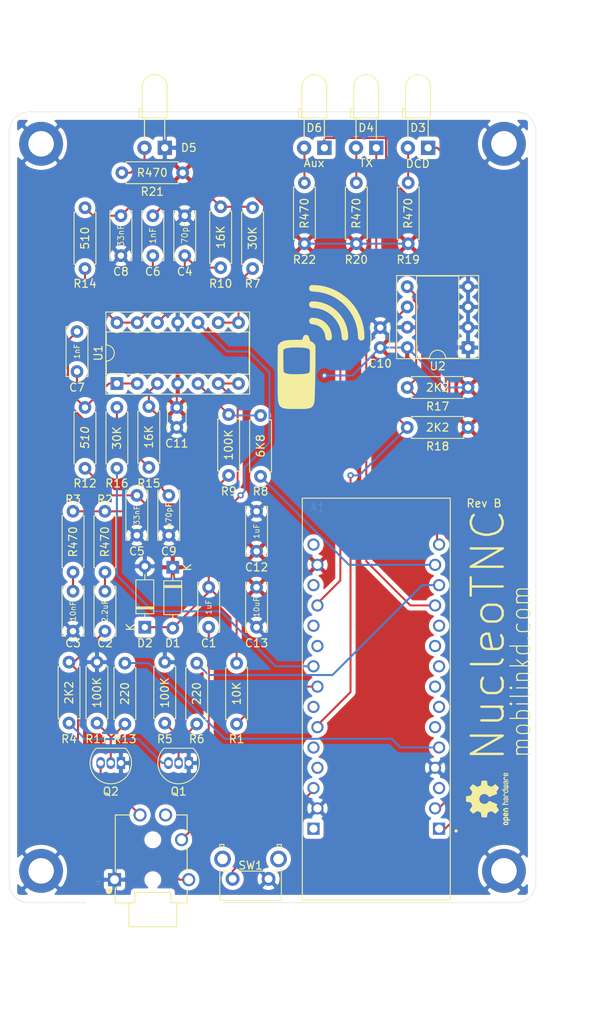
<source format=kicad_pcb>
(kicad_pcb (version 20171130) (host pcbnew 5.1.5-1.fc31)
  (title_block (title "NucleoTNC PCB") (date 2020-05-05) (rev B) (company "Mobilinkd LLC") (comment 1 "67mm width"))
  (layers (0 F.Cu signal) (31 B.Cu signal) (34 B.Paste user) (35 F.Paste user) (36 B.SilkS user) (37 F.SilkS user) (38 B.Mask user) (39 F.Mask user) (44 Edge.Cuts user))
  (net 0 "")
  (net 1 /AUDIO_IN)
  (net 2 "Net-(C1-Pad1)")
  (net 3 "Net-(C2-Pad2)")
  (net 4 /AUDIO_OUT)
  (net 5 "Net-(C3-Pad2)")
  (net 6 GND)
  (net 7 "Net-(C4-Pad2)")
  (net 8 "Net-(C5-Pad2)")
  (net 9 "Net-(C6-Pad2)")
  (net 10 "Net-(C6-Pad1)")
  (net 11 "Net-(C7-Pad2)")
  (net 12 "Net-(C7-Pad1)")
  (net 13 /ADC_AUDIO)
  (net 14 "Net-(C9-Pad2)")
  (net 15 +3V3)
  (net 16 "Net-(D3-Pad2)")
  (net 17 /LED_DCD)
  (net 18 "Net-(D4-Pad2)")
  (net 19 /LED_TX)
  (net 20 "Net-(D5-Pad2)")
  (net 21 "Net-(D6-Pad2)")
  (net 22 /LED_MISC)
  (net 23 "Net-(Q1-Pad2)")
  (net 24 /PTT)
  (net 25 "Net-(Q2-Pad2)")
  (net 26 /DC_OFFSET)
  (net 27 "Net-(R2-Pad1)")
  (net 28 /PTT_MULTIPLEX)
  (net 29 "Net-(R7-Pad2)")
  (net 30 /AUDIO_ATTEN)
  (net 31 "Net-(R8-Pad1)")
  (net 32 /PTT_SIMPLEX)
  (net 33 /DAC_AUDIO)
  (net 34 /I2C_SDA)
  (net 35 /I2C_SCL)
  (net 36 "Net-(Q1-Pad3)")
  (net 37 "Net-(A1-Pad4.1)")
  (net 38 "Net-(A1-Pad4.3)")
  (net 39 "Net-(A1-Pad4.4)")
  (net 40 "Net-(A1-Pad4.5)")
  (net 41 "Net-(A1-Pad4.7)")
  (net 42 "Net-(A1-Pad4.10)")
  (net 43 "Net-(A1-Pad4.11)")
  (net 44 "Net-(A1-Pad4.13)")
  (net 45 "Net-(A1-Pad4.15)")
  (net 46 "Net-(A1-Pad3.3)")
  (net 47 "Net-(A1-Pad3.6)")
  (net 48 "Net-(A1-Pad3.7)")
  (net 49 "Net-(A1-Pad3.8)")
  (net 50 "Net-(A1-Pad3.9)")
  (net 51 "Net-(A1-Pad3.10)")
  (net 52 "Net-(A1-Pad3.11)")
  (module KiCAD:LOGO (layer F.Cu) (at 157.35 79.65)
    (fp_text reference G1 hide)
    (fp_text value LOGO hide)
  )
  (module KiCAD:MODULE_NUCLEO-L432KC (layer F.Cu) (at 166 123.5 180)
    (fp_text reference A1 (at 7.35 24 180) (layer F.SilkS) (effects (font (thickness 0.015))))
    (fp_text value NUCLEO-L432KC)
    (pad 4.1 thru_hole rect (at 7.87 -16.215 180) (size 1.53 1.53) (drill 1.02) (layers *.Cu *.Mask) (net 37 "Net-(A1-Pad4.1)"))
    (pad 4.2 thru_hole circle (at 7.37 -13.675 180) (size 1.53 1.53) (drill 1.02) (layers *.Cu *.Mask) (net 6 GND))
    (pad 4.3 thru_hole circle (at 7.87 -11.135 180) (size 1.53 1.53) (drill 1.02) (layers *.Cu *.Mask) (net 38 "Net-(A1-Pad4.3)"))
    (pad 4.4 thru_hole circle (at 7.37 -8.595 180) (size 1.53 1.53) (drill 1.02) (layers *.Cu *.Mask) (net 39 "Net-(A1-Pad4.4)"))
    (pad 4.5 thru_hole circle (at 7.87 -6.055 180) (size 1.53 1.53) (drill 1.02) (layers *.Cu *.Mask) (net 40 "Net-(A1-Pad4.5)"))
    (pad 4.6 thru_hole circle (at 7.37 -3.515 180) (size 1.53 1.53) (drill 1.02) (layers *.Cu *.Mask) (net 35 /I2C_SCL))
    (pad 4.7 thru_hole circle (at 7.87 -0.975 180) (size 1.53 1.53) (drill 1.02) (layers *.Cu *.Mask) (net 41 "Net-(A1-Pad4.7)"))
    (pad 4.8 thru_hole circle (at 7.37 1.565 180) (size 1.53 1.53) (drill 1.02) (layers *.Cu *.Mask) (net 26 /DC_OFFSET))
    (pad 4.9 thru_hole circle (at 7.87 4.105 180) (size 1.53 1.53) (drill 1.02) (layers *.Cu *.Mask) (net 33 /DAC_AUDIO))
    (pad 4.10 thru_hole circle (at 7.37 6.645 180) (size 1.53 1.53) (drill 1.02) (layers *.Cu *.Mask) (net 42 "Net-(A1-Pad4.10)"))
    (pad 4.11 thru_hole circle (at 7.87 9.185 180) (size 1.53 1.53) (drill 1.02) (layers *.Cu *.Mask) (net 43 "Net-(A1-Pad4.11)"))
    (pad 4.12 thru_hole circle (at 7.37 11.725 180) (size 1.53 1.53) (drill 1.02) (layers *.Cu *.Mask) (net 13 /ADC_AUDIO))
    (pad 4.13 thru_hole circle (at 7.87 14.265 180) (size 1.53 1.53) (drill 1.02) (layers *.Cu *.Mask) (net 44 "Net-(A1-Pad4.13)"))
    (pad 4.14 thru_hole circle (at 7.37 16.805 180) (size 1.53 1.53) (drill 1.02) (layers *.Cu *.Mask) (net 15 +3V3))
    (pad 4.15 thru_hole circle (at 7.87 19.345 180) (size 1.53 1.53) (drill 1.02) (layers *.Cu *.Mask) (net 45 "Net-(A1-Pad4.15)"))
    (pad 3.1 thru_hole rect (at -7.87 -16.215 180) (size 1.53 1.53) (drill 1.02) (layers *.Cu *.Mask) (net 17 /LED_DCD))
    (pad 3.2 thru_hole circle (at -7.37 -13.675 180) (size 1.53 1.53) (drill 1.02) (layers *.Cu *.Mask) (net 22 /LED_MISC))
    (pad 3.3 thru_hole circle (at -7.87 -11.135 180) (size 1.53 1.53) (drill 1.02) (layers *.Cu *.Mask) (net 46 "Net-(A1-Pad3.3)"))
    (pad 3.4 thru_hole circle (at -7.37 -8.595 180) (size 1.53 1.53) (drill 1.02) (layers *.Cu *.Mask) (net 6 GND))
    (pad 3.5 thru_hole circle (at -7.87 -6.055 180) (size 1.53 1.53) (drill 1.02) (layers *.Cu *.Mask) (net 32 /PTT_SIMPLEX))
    (pad 3.6 thru_hole circle (at -7.37 -3.515 180) (size 1.53 1.53) (drill 1.02) (layers *.Cu *.Mask) (net 47 "Net-(A1-Pad3.6)"))
    (pad 3.7 thru_hole circle (at -7.87 -0.975 180) (size 1.53 1.53) (drill 1.02) (layers *.Cu *.Mask) (net 48 "Net-(A1-Pad3.7)"))
    (pad 3.8 thru_hole circle (at -7.37 1.565 180) (size 1.53 1.53) (drill 1.02) (layers *.Cu *.Mask) (net 49 "Net-(A1-Pad3.8)"))
    (pad 3.9 thru_hole circle (at -7.87 4.105 180) (size 1.53 1.53) (drill 1.02) (layers *.Cu *.Mask) (net 50 "Net-(A1-Pad3.9)"))
    (pad 3.10 thru_hole circle (at -7.37 6.645 180) (size 1.53 1.53) (drill 1.02) (layers *.Cu *.Mask) (net 51 "Net-(A1-Pad3.10)"))
    (pad 3.11 thru_hole circle (at -7.87 9.185 180) (size 1.53 1.53) (drill 1.02) (layers *.Cu *.Mask) (net 52 "Net-(A1-Pad3.11)"))
    (pad 3.12 thru_hole circle (at -7.37 11.725 180) (size 1.53 1.53) (drill 1.02) (layers *.Cu *.Mask) (net 19 /LED_TX))
    (pad 3.13 thru_hole circle (at -7.87 14.265 180) (size 1.53 1.53) (drill 1.02) (layers *.Cu *.Mask) (net 28 /PTT_MULTIPLEX))
    (pad 3.14 thru_hole circle (at -7.37 16.805 180) (size 1.53 1.53) (drill 1.02) (layers *.Cu *.Mask) (net 30 /AUDIO_ATTEN))
    (pad 3.15 thru_hole circle (at -7.87 19.345 180) (size 1.53 1.53) (drill 1.02) (layers *.Cu *.Mask) (net 34 /I2C_SDA))
  )
  (module LED_THT:LED_D3.0mm_Horizontal_O3.81mm_Z2.0mm (layer F.Cu) (at 159.5 54.5 180)
    (fp_text reference D6 (at 1.27 2.5 180) (layer F.SilkS))
    (fp_text value Aux (at 1.3 -1.9 180) (layer F.SilkS))
    (pad 2 thru_hole circle (at 2.54 0 180) (size 1.8 1.8) (drill 0.9) (layers *.Cu *.Mask) (net 21 "Net-(D6-Pad2)"))
    (pad 1 thru_hole rect (at 0 0 180) (size 1.8 1.8) (drill 0.9) (layers *.Cu *.Mask) (net 22 /LED_MISC))
  )
  (module LED_THT:LED_D3.0mm_Horizontal_O3.81mm_Z2.0mm (layer F.Cu) (at 166 54.5 180)
    (fp_text reference D4 (at 1.27 2.5 180) (layer F.SilkS))
    (fp_text value TX (at 1.27 -1.9 180) (layer F.SilkS))
    (pad 2 thru_hole circle (at 2.54 0 180) (size 1.8 1.8) (drill 0.9) (layers *.Cu *.Mask) (net 18 "Net-(D4-Pad2)"))
    (pad 1 thru_hole rect (at 0 0 180) (size 1.8 1.8) (drill 0.9) (layers *.Cu *.Mask) (net 19 /LED_TX))
  )
  (module LED_THT:LED_D3.0mm_Horizontal_O3.81mm_Z2.0mm (layer F.Cu) (at 172.5 54.5 180)
    (fp_text reference D3 (at 1.27 2.5 180) (layer F.SilkS))
    (fp_text value DCD (at 1.3 -2 180) (layer F.SilkS))
    (pad 2 thru_hole circle (at 2.54 0 180) (size 1.8 1.8) (drill 0.9) (layers *.Cu *.Mask) (net 16 "Net-(D3-Pad2)"))
    (pad 1 thru_hole rect (at 0 0 180) (size 1.8 1.8) (drill 0.9) (layers *.Cu *.Mask) (net 17 /LED_DCD))
  )
  (module Resistor_THT:R_Axial_DIN0207_L6.3mm_D2.5mm_P7.62mm_Horizontal (layer F.Cu) (at 141.74 57.62 180)
    (fp_text reference R21 (at 3.81 -2.37) (layer F.SilkS))
    (fp_text value R470 hide)
    (fp_text user %V (at 3.81 0) (layer F.SilkS))
    (pad 2 thru_hole oval (at 7.62 0 180) (size 1.6 1.6) (drill 0.8) (layers *.Cu *.Mask) (net 20 "Net-(D5-Pad2)"))
    (pad 1 thru_hole circle (at 0 0 180) (size 1.6 1.6) (drill 0.8) (layers *.Cu *.Mask) (net 15 +3V3))
  )
  (module Capacitor_THT:C_Disc_D6.0mm_W2.5mm_P5.00mm (layer F.Cu) (at 151 105 90)
    (fp_text reference C12 (at -2 0 180) (layer F.SilkS))
    (fp_text value 1uF hide)
    (fp_text user %V (at 2.5 0 90) (layer F.SilkS) (effects (font (size 0.68 0.68) (thickness 0.102))))
    (pad 1 thru_hole circle (at 0 0 90) (size 1.6 1.6) (drill 0.8) (layers *.Cu *.Mask) (net 15 +3V3))
    (pad 2 thru_hole circle (at 5 0 90) (size 1.6 1.6) (drill 0.8) (layers *.Cu *.Mask) (net 6 GND))
  )
  (module Capacitor_THT:C_Disc_D6.0mm_W2.5mm_P5.00mm (layer F.Cu) (at 151 109.5 270)
    (fp_text reference C13 (at 7 0 180) (layer F.SilkS))
    (fp_text value 10uF hide)
    (fp_text user %V (at 2.5 0 90) (layer F.SilkS) (effects (font (size 0.68 0.68) (thickness 0.102))))
    (pad 2 thru_hole circle (at 5 0 270) (size 1.6 1.6) (drill 0.8) (layers *.Cu *.Mask) (net 6 GND))
    (pad 1 thru_hole circle (at 0 0 270) (size 1.6 1.6) (drill 0.8) (layers *.Cu *.Mask) (net 15 +3V3))
  )
  (module Button_Switch_THT:SW_Tactile_SPST_Angled_PTS645Vx58-2LFS (layer F.Cu) (at 152.5 146 180)
    (fp_text reference SW1 (at 2.25 1.68) (layer F.SilkS))
    (fp_text value SW_Push)
    (pad "" thru_hole circle (at -1.25 2.49 180) (size 2.1 2.1) (drill 1.3) (layers *.Cu *.Mask))
    (pad 1 thru_hole circle (at 0 0 180) (size 1.75 1.75) (drill 0.99) (layers *.Cu *.Mask) (net 6 GND))
    (pad 2 thru_hole circle (at 4.5 0 180) (size 1.75 1.75) (drill 0.99) (layers *.Cu *.Mask) (net 38 "Net-(A1-Pad4.3)"))
    (pad "" thru_hole circle (at 5.76 2.49 180) (size 2.1 2.1) (drill 1.3) (layers *.Cu *.Mask))
  )
  (module Symbol:OSHW-Logo2_7.3x6mm_SilkScreen (layer F.Cu) (at 180 136 90)
    (fp_text reference REF** hide)
    (fp_text value OSHW-Logo2_7.3x6mm_SilkScreen hide)
  )
  (module KiCAD:CUI_SJ-43515TS (layer F.Cu) (at 138 143.5 90)
    (fp_text reference J1 (at -2.979863 -6.813626 90) (layer F.SilkS) (effects (font (size 0.480623 0.480623) (thickness 0.015))))
    (fp_text value AudioJack4)
    (fp_line (start -5.5 2.25) (end -5.5 8.85) (layer Edge.Cuts) (width 0.0001))
    (fp_line (start -4.2 2.25) (end -5.5 2.25) (layer Edge.Cuts) (width 0.0001))
    (fp_line (start -4.2 -2.25) (end -4.2 2.25) (layer Edge.Cuts) (width 0.0001))
    (fp_line (start -5.5 -2.25) (end -4.2 -2.25) (layer Edge.Cuts) (width 0.0001))
    (fp_line (start -5.5 -8.35) (end -5.5 -2.25) (layer Edge.Cuts) (width 0.0001))
    (pad TS thru_hole circle (at 5.5 1.6 90) (size 1.65 1.65) (drill 1.1) (layers *.Cu *.Mask))
    (pad None np_thru_hole circle (at 2.4 0 90) (size 1.1 1.1) (drill 1.1) (layers *.Cu *.Mask))
    (pad None np_thru_hole circle (at -2.6 0 90) (size 1.1 1.1) (drill 1.1) (layers *.Cu *.Mask))
    (pad R2 thru_hole circle (at -2.6 4.5 90) (size 1.65 1.65) (drill 1.1) (layers *.Cu *.Mask) (net 4 /AUDIO_OUT))
    (pad R1 thru_hole circle (at 5.5 -1.6 90) (size 1.65 1.65) (drill 1.1) (layers *.Cu *.Mask) (net 24 /PTT))
    (pad T thru_hole circle (at 2.4 3.6 90) (size 1.65 1.65) (drill 1.1) (layers *.Cu *.Mask) (net 1 /AUDIO_IN))
    (pad S thru_hole rect (at -2.6 -4.8 90) (size 1.65 1.65) (drill 1.1) (layers *.Cu *.Mask) (net 6 GND))
  )
  (module Package_DIP:DIP-8_W7.62mm_Socket (layer F.Cu) (at 177.5 79.5 180)
    (fp_text reference U2 (at 3.81 -2.33) (layer F.SilkS))
    (fp_text value 24LC32)
    (pad 8 thru_hole oval (at 7.62 0 180) (size 1.6 1.6) (drill 0.8) (layers *.Cu *.Mask) (net 15 +3V3))
    (pad 4 thru_hole oval (at 0 7.62 180) (size 1.6 1.6) (drill 0.8) (layers *.Cu *.Mask) (net 6 GND))
    (pad 7 thru_hole oval (at 7.62 2.54 180) (size 1.6 1.6) (drill 0.8) (layers *.Cu *.Mask) (net 6 GND))
    (pad 3 thru_hole oval (at 0 5.08 180) (size 1.6 1.6) (drill 0.8) (layers *.Cu *.Mask) (net 6 GND))
    (pad 6 thru_hole oval (at 7.62 5.08 180) (size 1.6 1.6) (drill 0.8) (layers *.Cu *.Mask) (net 35 /I2C_SCL))
    (pad 2 thru_hole oval (at 0 2.54 180) (size 1.6 1.6) (drill 0.8) (layers *.Cu *.Mask) (net 6 GND))
    (pad 5 thru_hole oval (at 7.62 7.62 180) (size 1.6 1.6) (drill 0.8) (layers *.Cu *.Mask) (net 34 /I2C_SDA))
    (pad 1 thru_hole rect (at 0 0 180) (size 1.6 1.6) (drill 0.8) (layers *.Cu *.Mask) (net 6 GND))
  )
  (module Package_DIP:DIP-14_W7.62mm_Socket (layer F.Cu) (at 133.5 84 90)
    (fp_text reference U1 (at 3.81 -2.33 90) (layer F.SilkS))
    (fp_text value MCP6004)
    (pad 14 thru_hole oval (at 7.62 0 90) (size 1.6 1.6) (drill 0.8) (layers *.Cu *.Mask) (net 10 "Net-(C6-Pad1)"))
    (pad 7 thru_hole oval (at 0 15.24 90) (size 1.6 1.6) (drill 0.8) (layers *.Cu *.Mask) (net 27 "Net-(R2-Pad1)"))
    (pad 13 thru_hole oval (at 7.62 2.54 90) (size 1.6 1.6) (drill 0.8) (layers *.Cu *.Mask) (net 10 "Net-(C6-Pad1)"))
    (pad 6 thru_hole oval (at 0 12.7 90) (size 1.6 1.6) (drill 0.8) (layers *.Cu *.Mask) (net 27 "Net-(R2-Pad1)"))
    (pad 12 thru_hole oval (at 7.62 5.08 90) (size 1.6 1.6) (drill 0.8) (layers *.Cu *.Mask) (net 7 "Net-(C4-Pad2)"))
    (pad 5 thru_hole oval (at 0 10.16 90) (size 1.6 1.6) (drill 0.8) (layers *.Cu *.Mask) (net 31 "Net-(R8-Pad1)"))
    (pad 11 thru_hole oval (at 7.62 7.62 90) (size 1.6 1.6) (drill 0.8) (layers *.Cu *.Mask) (net 6 GND))
    (pad 4 thru_hole oval (at 0 7.62 90) (size 1.6 1.6) (drill 0.8) (layers *.Cu *.Mask) (net 15 +3V3))
    (pad 10 thru_hole oval (at 7.62 10.16 90) (size 1.6 1.6) (drill 0.8) (layers *.Cu *.Mask) (net 2 "Net-(C1-Pad1)"))
    (pad 3 thru_hole oval (at 0 5.08 90) (size 1.6 1.6) (drill 0.8) (layers *.Cu *.Mask) (net 14 "Net-(C9-Pad2)"))
    (pad 9 thru_hole oval (at 7.62 12.7 90) (size 1.6 1.6) (drill 0.8) (layers *.Cu *.Mask) (net 29 "Net-(R7-Pad2)"))
    (pad 2 thru_hole oval (at 0 2.54 90) (size 1.6 1.6) (drill 0.8) (layers *.Cu *.Mask) (net 11 "Net-(C7-Pad2)"))
    (pad 8 thru_hole oval (at 7.62 15.24 90) (size 1.6 1.6) (drill 0.8) (layers *.Cu *.Mask) (net 29 "Net-(R7-Pad2)"))
    (pad 1 thru_hole rect (at 0 0 90) (size 1.6 1.6) (drill 0.8) (layers *.Cu *.Mask) (net 11 "Net-(C7-Pad2)"))
  )
  (module Resistor_THT:R_Axial_DIN0207_L6.3mm_D2.5mm_P7.62mm_Horizontal (layer F.Cu) (at 157 66.5 90)
    (fp_text reference R22 (at -2 0 180) (layer F.SilkS))
    (fp_text value R470 hide)
    (fp_text user %V (at 3.81 0 90) (layer F.SilkS))
    (pad 2 thru_hole oval (at 7.62 0 90) (size 1.6 1.6) (drill 0.8) (layers *.Cu *.Mask) (net 21 "Net-(D6-Pad2)"))
    (pad 1 thru_hole circle (at 0 0 90) (size 1.6 1.6) (drill 0.8) (layers *.Cu *.Mask) (net 15 +3V3))
  )
  (module Resistor_THT:R_Axial_DIN0207_L6.3mm_D2.5mm_P7.62mm_Horizontal (layer F.Cu) (at 163.5 66.5 90)
    (fp_text reference R20 (at -2 0 180) (layer F.SilkS))
    (fp_text value R470 hide)
    (fp_text user %V (at 3.81 0 90) (layer F.SilkS))
    (pad 2 thru_hole oval (at 7.62 0 90) (size 1.6 1.6) (drill 0.8) (layers *.Cu *.Mask) (net 18 "Net-(D4-Pad2)"))
    (pad 1 thru_hole circle (at 0 0 90) (size 1.6 1.6) (drill 0.8) (layers *.Cu *.Mask) (net 15 +3V3))
  )
  (module Resistor_THT:R_Axial_DIN0207_L6.3mm_D2.5mm_P7.62mm_Horizontal (layer F.Cu) (at 170 66.5 90)
    (fp_text reference R19 (at -2 0 180) (layer F.SilkS))
    (fp_text value R470 hide)
    (fp_text user %V (at 3.81 0 90) (layer F.SilkS))
    (pad 2 thru_hole oval (at 7.62 0 90) (size 1.6 1.6) (drill 0.8) (layers *.Cu *.Mask) (net 16 "Net-(D3-Pad2)"))
    (pad 1 thru_hole circle (at 0 0 90) (size 1.6 1.6) (drill 0.8) (layers *.Cu *.Mask) (net 15 +3V3))
  )
  (module Resistor_THT:R_Axial_DIN0207_L6.3mm_D2.5mm_P7.62mm_Horizontal (layer F.Cu) (at 177.5 89.5 180)
    (fp_text reference R18 (at 3.81 -2.37) (layer F.SilkS))
    (fp_text value 2K2 hide)
    (fp_text user %V (at 3.81 0) (layer F.SilkS))
    (pad 2 thru_hole oval (at 7.62 0 180) (size 1.6 1.6) (drill 0.8) (layers *.Cu *.Mask) (net 35 /I2C_SCL))
    (pad 1 thru_hole circle (at 0 0 180) (size 1.6 1.6) (drill 0.8) (layers *.Cu *.Mask) (net 15 +3V3))
  )
  (module Resistor_THT:R_Axial_DIN0207_L6.3mm_D2.5mm_P7.62mm_Horizontal (layer F.Cu) (at 177.5 84.5 180)
    (fp_text reference R17 (at 3.81 -2.37) (layer F.SilkS))
    (fp_text value 2K2 hide)
    (fp_text user %V (at 3.81 0) (layer F.SilkS))
    (pad 2 thru_hole oval (at 7.62 0 180) (size 1.6 1.6) (drill 0.8) (layers *.Cu *.Mask) (net 34 /I2C_SDA))
    (pad 1 thru_hole circle (at 0 0 180) (size 1.6 1.6) (drill 0.8) (layers *.Cu *.Mask) (net 15 +3V3))
  )
  (module Resistor_THT:R_Axial_DIN0207_L6.3mm_D2.5mm_P7.62mm_Horizontal (layer F.Cu) (at 133.5 87 270)
    (fp_text reference R16 (at 9.5 0 180) (layer F.SilkS))
    (fp_text value 30K hide)
    (fp_text user %V (at 3.81 0 90) (layer F.SilkS))
    (pad 2 thru_hole oval (at 7.62 0 270) (size 1.6 1.6) (drill 0.8) (layers *.Cu *.Mask) (net 33 /DAC_AUDIO))
    (pad 1 thru_hole circle (at 0 0 270) (size 1.6 1.6) (drill 0.8) (layers *.Cu *.Mask) (net 12 "Net-(C7-Pad1)"))
  )
  (module Resistor_THT:R_Axial_DIN0207_L6.3mm_D2.5mm_P7.62mm_Horizontal (layer F.Cu) (at 137.5 94.5 90)
    (fp_text reference R15 (at -2 0 180) (layer F.SilkS))
    (fp_text value 16K hide)
    (fp_text user %V (at 3.81 0 90) (layer F.SilkS))
    (pad 2 thru_hole oval (at 7.62 0 90) (size 1.6 1.6) (drill 0.8) (layers *.Cu *.Mask) (net 14 "Net-(C9-Pad2)"))
    (pad 1 thru_hole circle (at 0 0 90) (size 1.6 1.6) (drill 0.8) (layers *.Cu *.Mask) (net 12 "Net-(C7-Pad1)"))
  )
  (module Resistor_THT:R_Axial_DIN0207_L6.3mm_D2.5mm_P7.62mm_Horizontal (layer F.Cu) (at 129.5 62 270)
    (fp_text reference R14 (at 9.5 0 180) (layer F.SilkS))
    (fp_text value 510 hide)
    (fp_text user %V (at 3.81 0 90) (layer F.SilkS))
    (pad 2 thru_hole oval (at 7.62 0 270) (size 1.6 1.6) (drill 0.8) (layers *.Cu *.Mask) (net 10 "Net-(C6-Pad1)"))
    (pad 1 thru_hole circle (at 0 0 270) (size 1.6 1.6) (drill 0.8) (layers *.Cu *.Mask) (net 13 /ADC_AUDIO))
  )
  (module Resistor_THT:R_Axial_DIN0207_L6.3mm_D2.5mm_P7.62mm_Horizontal (layer F.Cu) (at 134.5 119 270)
    (fp_text reference R13 (at 9.5 0 180) (layer F.SilkS))
    (fp_text value 220 hide)
    (fp_text user %V (at 3.81 0 90) (layer F.SilkS))
    (pad 2 thru_hole oval (at 7.62 0 270) (size 1.6 1.6) (drill 0.8) (layers *.Cu *.Mask) (net 25 "Net-(Q2-Pad2)"))
    (pad 1 thru_hole circle (at 0 0 270) (size 1.6 1.6) (drill 0.8) (layers *.Cu *.Mask) (net 32 /PTT_SIMPLEX))
  )
  (module Resistor_THT:R_Axial_DIN0207_L6.3mm_D2.5mm_P7.62mm_Horizontal (layer F.Cu) (at 129.5 87 270)
    (fp_text reference R12 (at 9.5 0 180) (layer F.SilkS))
    (fp_text value 510 hide)
    (fp_text user %V (at 3.81 0 90) (layer F.SilkS) (effects (font (thickness 0.15) italic)))
    (pad 2 thru_hole oval (at 7.62 0 270) (size 1.6 1.6) (drill 0.8) (layers *.Cu *.Mask) (net 8 "Net-(C5-Pad2)"))
    (pad 1 thru_hole circle (at 0 0 270) (size 1.6 1.6) (drill 0.8) (layers *.Cu *.Mask) (net 11 "Net-(C7-Pad2)"))
  )
  (module Resistor_THT:R_Axial_DIN0207_L6.3mm_D2.5mm_P7.62mm_Horizontal (layer F.Cu) (at 131 126.5 90)
    (fp_text reference R11 (at -2 0 180) (layer F.SilkS))
    (fp_text value 100K hide)
    (fp_text user %V (at 3.81 0 90) (layer F.SilkS))
    (pad 2 thru_hole oval (at 7.62 0 90) (size 1.6 1.6) (drill 0.8) (layers *.Cu *.Mask) (net 6 GND))
    (pad 1 thru_hole circle (at 0 0 90) (size 1.6 1.6) (drill 0.8) (layers *.Cu *.Mask) (net 25 "Net-(Q2-Pad2)"))
  )
  (module Resistor_THT:R_Axial_DIN0207_L6.3mm_D2.5mm_P7.62mm_Horizontal (layer F.Cu) (at 146.5 69.5 90)
    (fp_text reference R10 (at -2 0 180) (layer F.SilkS))
    (fp_text value 16K hide)
    (fp_text user %V (at 3.81 0 90) (layer F.SilkS))
    (pad 2 thru_hole oval (at 7.62 0 90) (size 1.6 1.6) (drill 0.8) (layers *.Cu *.Mask) (net 9 "Net-(C6-Pad2)"))
    (pad 1 thru_hole circle (at 0 0 90) (size 1.6 1.6) (drill 0.8) (layers *.Cu *.Mask) (net 7 "Net-(C4-Pad2)"))
  )
  (module Resistor_THT:R_Axial_DIN0207_L6.3mm_D2.5mm_P7.62mm_Horizontal (layer F.Cu) (at 147.5 95.5 90)
    (fp_text reference R9 (at -2 0 180) (layer F.SilkS))
    (fp_text value 100K hide)
    (fp_text user %V (at 3.81 0 90) (layer F.SilkS))
    (pad 2 thru_hole oval (at 7.62 0 90) (size 1.6 1.6) (drill 0.8) (layers *.Cu *.Mask) (net 31 "Net-(R8-Pad1)"))
    (pad 1 thru_hole circle (at 0 0 90) (size 1.6 1.6) (drill 0.8) (layers *.Cu *.Mask) (net 8 "Net-(C5-Pad2)"))
  )
  (module Resistor_THT:R_Axial_DIN0207_L6.3mm_D2.5mm_P7.62mm_Horizontal (layer F.Cu) (at 151.5 88 270)
    (fp_text reference R8 (at 9.5 0 180) (layer F.SilkS))
    (fp_text value 6K8 hide)
    (fp_text user %V (at 3.81 0 90) (layer F.SilkS))
    (pad 2 thru_hole oval (at 7.62 0 270) (size 1.6 1.6) (drill 0.8) (layers *.Cu *.Mask) (net 30 /AUDIO_ATTEN))
    (pad 1 thru_hole circle (at 0 0 270) (size 1.6 1.6) (drill 0.8) (layers *.Cu *.Mask) (net 31 "Net-(R8-Pad1)"))
  )
  (module Resistor_THT:R_Axial_DIN0207_L6.3mm_D2.5mm_P7.62mm_Horizontal (layer F.Cu) (at 150.5 62 270)
    (fp_text reference R7 (at 9.5 0 180) (layer F.SilkS))
    (fp_text value 30K hide)
    (fp_text user %V (at 3.81 0 90) (layer F.SilkS))
    (pad 2 thru_hole oval (at 7.62 0 270) (size 1.6 1.6) (drill 0.8) (layers *.Cu *.Mask) (net 29 "Net-(R7-Pad2)"))
    (pad 1 thru_hole circle (at 0 0 270) (size 1.6 1.6) (drill 0.8) (layers *.Cu *.Mask) (net 9 "Net-(C6-Pad2)"))
  )
  (module Resistor_THT:R_Axial_DIN0207_L6.3mm_D2.5mm_P7.62mm_Horizontal (layer F.Cu) (at 143.5 119 270)
    (fp_text reference R6 (at 9.5 0 180) (layer F.SilkS))
    (fp_text value 220 hide)
    (fp_text user %V (at 3.81 0 90) (layer F.SilkS))
    (pad 2 thru_hole oval (at 7.62 0 270) (size 1.6 1.6) (drill 0.8) (layers *.Cu *.Mask) (net 23 "Net-(Q1-Pad2)"))
    (pad 1 thru_hole circle (at 0 0 270) (size 1.6 1.6) (drill 0.8) (layers *.Cu *.Mask) (net 28 /PTT_MULTIPLEX))
  )
  (module Resistor_THT:R_Axial_DIN0207_L6.3mm_D2.5mm_P7.62mm_Horizontal (layer F.Cu) (at 139.5 126.5 90)
    (fp_text reference R5 (at -2 0 180) (layer F.SilkS))
    (fp_text value 100K hide)
    (fp_text user %V (at 3.81 0 90) (layer F.SilkS))
    (pad 2 thru_hole oval (at 7.62 0 90) (size 1.6 1.6) (drill 0.8) (layers *.Cu *.Mask) (net 6 GND))
    (pad 1 thru_hole circle (at 0 0 90) (size 1.6 1.6) (drill 0.8) (layers *.Cu *.Mask) (net 23 "Net-(Q1-Pad2)"))
  )
  (module Resistor_THT:R_Axial_DIN0207_L6.3mm_D2.5mm_P7.62mm_Horizontal (layer F.Cu) (at 127.5 126.5 90)
    (fp_text reference R4 (at -2 0 180) (layer F.SilkS))
    (fp_text value 2K2 hide)
    (fp_text user %V (at 3.81 0 90) (layer F.SilkS))
    (pad 2 thru_hole oval (at 7.62 0 90) (size 1.6 1.6) (drill 0.8) (layers *.Cu *.Mask) (net 4 /AUDIO_OUT))
    (pad 1 thru_hole circle (at 0 0 90) (size 1.6 1.6) (drill 0.8) (layers *.Cu *.Mask) (net 36 "Net-(Q1-Pad3)"))
  )
  (module Resistor_THT:R_Axial_DIN0207_L6.3mm_D2.5mm_P7.62mm_Horizontal (layer F.Cu) (at 128 100 270)
    (fp_text reference R3 (at -1.5 0 180) (layer F.SilkS))
    (fp_text value R470 hide)
    (fp_text user %V (at 3.81 0 90) (layer F.SilkS))
    (pad 2 thru_hole oval (at 7.62 0 270) (size 1.6 1.6) (drill 0.8) (layers *.Cu *.Mask) (net 5 "Net-(C3-Pad2)"))
    (pad 1 thru_hole circle (at 0 0 270) (size 1.6 1.6) (drill 0.8) (layers *.Cu *.Mask) (net 27 "Net-(R2-Pad1)"))
  )
  (module Resistor_THT:R_Axial_DIN0207_L6.3mm_D2.5mm_P7.62mm_Horizontal (layer F.Cu) (at 132 100 270)
    (fp_text reference R2 (at -1.5 0 180) (layer F.SilkS))
    (fp_text value R470 hide)
    (fp_text user %V (at 3.81 0 90) (layer F.SilkS))
    (pad 2 thru_hole oval (at 7.62 0 270) (size 1.6 1.6) (drill 0.8) (layers *.Cu *.Mask) (net 3 "Net-(C2-Pad2)"))
    (pad 1 thru_hole circle (at 0 0 270) (size 1.6 1.6) (drill 0.8) (layers *.Cu *.Mask) (net 27 "Net-(R2-Pad1)"))
  )
  (module Resistor_THT:R_Axial_DIN0207_L6.3mm_D2.5mm_P7.62mm_Horizontal (layer F.Cu) (at 148.5 119 270)
    (fp_text reference R1 (at 9.5 0 180) (layer F.SilkS))
    (fp_text value 10K hide)
    (fp_text user %V (at 3.81 0 90) (layer F.SilkS))
    (pad 2 thru_hole oval (at 7.62 0 270) (size 1.6 1.6) (drill 0.8) (layers *.Cu *.Mask) (net 26 /DC_OFFSET))
    (pad 1 thru_hole circle (at 0 0 270) (size 1.6 1.6) (drill 0.8) (layers *.Cu *.Mask) (net 2 "Net-(C1-Pad1)"))
  )
  (module Package_TO_SOT_THT:TO-92_Inline (layer F.Cu) (at 134 131.5 180)
    (fp_text reference Q2 (at 1.27 -3.56) (layer F.SilkS))
    (fp_text value 2N7000)
    (pad 1 thru_hole rect (at 0 0 180) (size 1.05 1.5) (drill 0.75) (layers *.Cu *.Mask) (net 6 GND))
    (pad 3 thru_hole oval (at 2.54 0 180) (size 1.05 1.5) (drill 0.75) (layers *.Cu *.Mask) (net 24 /PTT))
    (pad 2 thru_hole oval (at 1.27 0 180) (size 1.05 1.5) (drill 0.75) (layers *.Cu *.Mask) (net 25 "Net-(Q2-Pad2)"))
  )
  (module Package_TO_SOT_THT:TO-92_Inline (layer F.Cu) (at 142.5 131.5 180)
    (fp_text reference Q1 (at 1.27 -3.56) (layer F.SilkS))
    (fp_text value 2N7000)
    (pad 1 thru_hole rect (at 0 0 180) (size 1.05 1.5) (drill 0.75) (layers *.Cu *.Mask) (net 6 GND))
    (pad 3 thru_hole oval (at 2.54 0 180) (size 1.05 1.5) (drill 0.75) (layers *.Cu *.Mask) (net 36 "Net-(Q1-Pad3)"))
    (pad 2 thru_hole oval (at 1.27 0 180) (size 1.05 1.5) (drill 0.75) (layers *.Cu *.Mask) (net 23 "Net-(Q1-Pad2)"))
  )
  (module LED_THT:LED_D3.0mm_Horizontal_O3.81mm_Z2.0mm (layer F.Cu) (at 139.5 54.5 180)
    (fp_text reference D5 (at -3 0) (layer F.SilkS))
    (fp_text value "BLU LED")
    (pad 2 thru_hole circle (at 2.54 0 180) (size 1.8 1.8) (drill 0.9) (layers *.Cu *.Mask) (net 20 "Net-(D5-Pad2)"))
    (pad 1 thru_hole rect (at 0 0 180) (size 1.8 1.8) (drill 0.9) (layers *.Cu *.Mask) (net 6 GND))
  )
  (module Diode_THT:D_DO-35_SOD27_P7.62mm_Horizontal (layer F.Cu) (at 137 114.5 90)
    (fp_text reference D2 (at -2 0 180) (layer F.SilkS))
    (fp_text value BAT85)
    (fp_text user K (at 0 -1.8 90) (layer F.SilkS))
    (pad 2 thru_hole oval (at 7.62 0 90) (size 1.6 1.6) (drill 0.8) (layers *.Cu *.Mask) (net 6 GND))
    (pad 1 thru_hole rect (at 0 0 90) (size 1.6 1.6) (drill 0.8) (layers *.Cu *.Mask) (net 2 "Net-(C1-Pad1)"))
  )
  (module Diode_THT:D_DO-35_SOD27_P7.62mm_Horizontal (layer F.Cu) (at 140.5 107 270)
    (fp_text reference D1 (at 9.5 0 180) (layer F.SilkS))
    (fp_text value BAT85)
    (fp_text user K (at 0 -1.8 90) (layer F.SilkS))
    (pad 2 thru_hole oval (at 7.62 0 270) (size 1.6 1.6) (drill 0.8) (layers *.Cu *.Mask) (net 2 "Net-(C1-Pad1)"))
    (pad 1 thru_hole rect (at 0 0 270) (size 1.6 1.6) (drill 0.8) (layers *.Cu *.Mask) (net 15 +3V3))
  )
  (module Capacitor_THT:C_Disc_D3.4mm_W2.1mm_P2.50mm (layer F.Cu) (at 141 87 270)
    (fp_text reference C11 (at 4.5 0 180) (layer F.SilkS))
    (fp_text value 0.1uF)
    (pad 2 thru_hole circle (at 2.5 0 270) (size 1.6 1.6) (drill 0.8) (layers *.Cu *.Mask) (net 6 GND))
    (pad 1 thru_hole circle (at 0 0 270) (size 1.6 1.6) (drill 0.8) (layers *.Cu *.Mask) (net 15 +3V3))
  )
  (module Capacitor_THT:C_Disc_D3.4mm_W2.1mm_P2.50mm (layer F.Cu) (at 166.5 79.5 90)
    (fp_text reference C10 (at -2 0 180) (layer F.SilkS))
    (fp_text value 0.1uF)
    (pad 2 thru_hole circle (at 2.5 0 90) (size 1.6 1.6) (drill 0.8) (layers *.Cu *.Mask) (net 6 GND))
    (pad 1 thru_hole circle (at 0 0 90) (size 1.6 1.6) (drill 0.8) (layers *.Cu *.Mask) (net 15 +3V3))
  )
  (module Capacitor_THT:C_Disc_D6.0mm_W2.5mm_P5.00mm (layer F.Cu) (at 140 103 90)
    (fp_text reference C9 (at -2 0 180) (layer F.SilkS))
    (fp_text value 470pF hide)
    (fp_text user %V (at 2.5 0 90) (layer F.SilkS) (effects (font (size 0.68 0.68) (thickness 0.11))))
    (pad 2 thru_hole circle (at 5 0 90) (size 1.6 1.6) (drill 0.8) (layers *.Cu *.Mask) (net 14 "Net-(C9-Pad2)"))
    (pad 1 thru_hole circle (at 0 0 90) (size 1.6 1.6) (drill 0.8) (layers *.Cu *.Mask) (net 6 GND))
  )
  (module Capacitor_THT:C_Disc_D6.0mm_W2.5mm_P5.00mm (layer F.Cu) (at 134 68 90)
    (fp_text reference C8 (at -2 0 180) (layer F.SilkS))
    (fp_text value 33nF hide)
    (fp_text user %V (at 2.5 0 90) (layer F.SilkS) (effects (font (size 0.75 0.75) (thickness 0.1))))
    (pad 2 thru_hole circle (at 5 0 90) (size 1.6 1.6) (drill 0.8) (layers *.Cu *.Mask) (net 13 /ADC_AUDIO))
    (pad 1 thru_hole circle (at 0 0 90) (size 1.6 1.6) (drill 0.8) (layers *.Cu *.Mask) (net 6 GND))
  )
  (module Capacitor_THT:C_Disc_D6.0mm_W2.5mm_P5.00mm (layer F.Cu) (at 128.5 77.5 270)
    (fp_text reference C7 (at 7 0 180) (layer F.SilkS))
    (fp_text value 1nF hide)
    (fp_text user %V (at 2.5 0 90) (layer F.SilkS) (effects (font (size 0.68 0.68) (thickness 0.11))))
    (pad 2 thru_hole circle (at 5 0 270) (size 1.6 1.6) (drill 0.8) (layers *.Cu *.Mask) (net 11 "Net-(C7-Pad2)"))
    (pad 1 thru_hole circle (at 0 0 270) (size 1.6 1.6) (drill 0.8) (layers *.Cu *.Mask) (net 12 "Net-(C7-Pad1)"))
  )
  (module Capacitor_THT:C_Disc_D6.0mm_W2.5mm_P5.00mm (layer F.Cu) (at 138 68 90)
    (fp_text reference C6 (at -2 0 180) (layer F.SilkS))
    (fp_text value 1nF hide)
    (fp_text user %V (at 2.5 0 90) (layer F.SilkS) (effects (font (size 0.75 0.75) (thickness 0.11))))
    (pad 2 thru_hole circle (at 5 0 90) (size 1.6 1.6) (drill 0.8) (layers *.Cu *.Mask) (net 9 "Net-(C6-Pad2)"))
    (pad 1 thru_hole circle (at 0 0 90) (size 1.6 1.6) (drill 0.8) (layers *.Cu *.Mask) (net 10 "Net-(C6-Pad1)"))
  )
  (module Capacitor_THT:C_Disc_D6.0mm_W2.5mm_P5.00mm (layer F.Cu) (at 136 103 90)
    (fp_text reference C5 (at -2 0 180) (layer F.SilkS))
    (fp_text value 33nF hide)
    (fp_text user %V (at 2.5 0 90) (layer F.SilkS) (effects (font (size 0.68 0.68) (thickness 0.1))))
    (pad 2 thru_hole circle (at 5 0 90) (size 1.6 1.6) (drill 0.8) (layers *.Cu *.Mask) (net 8 "Net-(C5-Pad2)"))
    (pad 1 thru_hole circle (at 0 0 90) (size 1.6 1.6) (drill 0.8) (layers *.Cu *.Mask) (net 6 GND))
  )
  (module Capacitor_THT:C_Disc_D6.0mm_W2.5mm_P5.00mm (layer F.Cu) (at 142 63 270)
    (fp_text reference C4 (at 7 0 180) (layer F.SilkS))
    (fp_text value 470pF hide)
    (fp_text user %V (at 2.5 0 90) (layer F.SilkS) (effects (font (size 0.75 0.75) (thickness 0.1))))
    (pad 2 thru_hole circle (at 5 0 270) (size 1.6 1.6) (drill 0.8) (layers *.Cu *.Mask) (net 7 "Net-(C4-Pad2)"))
    (pad 1 thru_hole circle (at 0 0 270) (size 1.6 1.6) (drill 0.8) (layers *.Cu *.Mask) (net 6 GND))
  )
  (module Capacitor_THT:C_Disc_D6.0mm_W2.5mm_P5.00mm (layer F.Cu) (at 128 115 90)
    (fp_text reference C3 (at -1.5 0 180) (layer F.SilkS))
    (fp_text value 10nF hide)
    (fp_text user %V (at 2.5 0 90) (layer F.SilkS) (effects (font (size 0.68 0.68) (thickness 0.11))))
    (pad 2 thru_hole circle (at 5 0 90) (size 1.6 1.6) (drill 0.8) (layers *.Cu *.Mask) (net 5 "Net-(C3-Pad2)"))
    (pad 1 thru_hole circle (at 0 0 90) (size 1.6 1.6) (drill 0.8) (layers *.Cu *.Mask) (net 6 GND))
  )
  (module Capacitor_THT:C_Disc_D6.0mm_W2.5mm_P5.00mm (layer F.Cu) (at 132 115 90)
    (fp_text reference C2 (at -1.5 0 180) (layer F.SilkS))
    (fp_text value 2.2uF hide)
    (fp_text user %V (at 2.5 0 90) (layer F.SilkS) (effects (font (size 0.68 0.68) (thickness 0.11))))
    (pad 2 thru_hole circle (at 5 0 90) (size 1.6 1.6) (drill 0.8) (layers *.Cu *.Mask) (net 3 "Net-(C2-Pad2)"))
    (pad 1 thru_hole circle (at 0 0 90) (size 1.6 1.6) (drill 0.8) (layers *.Cu *.Mask) (net 4 /AUDIO_OUT))
  )
  (module Capacitor_THT:C_Disc_D6.0mm_W2.5mm_P5.00mm (layer F.Cu) (at 145 109.5 270)
    (fp_text reference C1 (at 7 0 180) (layer F.SilkS))
    (fp_text value 1uF hide)
    (fp_text user %V (at 2.5 0 90) (layer F.SilkS) (effects (font (size 0.68 0.68) (thickness 0.1))))
    (pad 2 thru_hole circle (at 5 0 270) (size 1.6 1.6) (drill 0.8) (layers *.Cu *.Mask) (net 1 /AUDIO_IN))
    (pad 1 thru_hole circle (at 0 0 270) (size 1.6 1.6) (drill 0.8) (layers *.Cu *.Mask) (net 2 "Net-(C1-Pad1)"))
  )
  (module MountingHole:MountingHole_3.2mm_M3_ISO14580_Pad (layer F.Cu) (at 182 145)
    (fp_text reference H4 hide)
    (fp_text value MountingHole)
    (pad 1 thru_hole circle (at 0 0) (size 5.5 5.5) (drill 3.2) (layers *.Cu *.Mask) (net 6 GND))
  )
  (module MountingHole:MountingHole_3.2mm_M3_ISO14580_Pad (layer F.Cu) (at 182 54)
    (fp_text reference H3 hide)
    (fp_text value MountingHole)
    (pad 1 thru_hole circle (at 0 0) (size 5.5 5.5) (drill 3.2) (layers *.Cu *.Mask) (net 6 GND))
  )
  (module MountingHole:MountingHole_3.2mm_M3_ISO14580_Pad (layer F.Cu) (at 124 145)
    (fp_text reference H2 hide)
    (fp_text value MountingHole)
    (pad 1 thru_hole circle (at 0 0) (size 5.5 5.5) (drill 3.2) (layers *.Cu *.Mask) (net 6 GND))
  )
  (module MountingHole:MountingHole_3.2mm_M3_ISO14580_Pad (layer F.Cu) (at 124 54)
    (fp_text reference H1 hide)
    (fp_text value MountingHole)
    (pad 1 thru_hole circle (at 0 0) (size 5.5 5.5) (drill 3.2) (layers *.Cu *.Mask) (net 6 GND))
  )
  (gr_line (start 126 50) (end 122.5 50) (layer Edge.Cuts) (width 0.05))
  (gr_line (start 180 50) (end 183.5 50) (layer Edge.Cuts) (width 0.05))
  (gr_line (start 180 149) (end 183.5 149) (layer Edge.Cuts) (width 0.05))
  (gr_line (start 122.5 149) (end 126 149) (layer Edge.Cuts) (width 0.05))
  (gr_text mobilinkd.com (at 184.1 120.05 90) (layer F.SilkS) (effects (font (size 2.5 2))))
  (gr_text "Rev B" (at 179.5 99) (layer F.SilkS) (effects (font (size 1 1))))
  (gr_text NucleoTNC (at 180 115.5 90) (layer F.SilkS) (effects (font (size 4 4) (thickness 0.3))))
  (gr_line (start 146.85 149) (end 156.5 149) (layer Edge.Cuts) (width 0.05))
  (gr_line (start 156.5 149) (end 180 149) (layer Edge.Cuts) (width 0.05))
  (gr_line (start 129.65 149) (end 126 149) (layer Edge.Cuts) (width 0.05))
  (gr_line (start 171 50) (end 180 50) (layer Edge.Cuts) (width 0.05))
  (gr_line (start 120 122.5) (end 120 146.5) (layer Edge.Cuts) (width 0.05))
  (gr_line (start 186 122.5) (end 186 146.5) (layer Edge.Cuts) (width 0.05))
  (gr_arc (start 122.5 146.5) (end 120 146.5) (angle -90) (layer Edge.Cuts) (width 0.05))
  (gr_line (start 186 122.5) (end 186 52.5) (layer Edge.Cuts) (width 0.05))
  (gr_line (start 126 50) (end 171 50) (layer Edge.Cuts) (width 0.05))
  (gr_line (start 120 122.5) (end 120 52.5) (layer Edge.Cuts) (width 0.05))
  (gr_arc (start 183.5 146.5) (end 183.5 149) (angle -90) (layer Edge.Cuts) (width 0.05))
  (gr_arc (start 183.5 52.5) (end 186 52.5) (angle -90) (layer Edge.Cuts) (width 0.05))
  (gr_arc (start 122.5 52.5) (end 122.5 50) (angle -90) (layer Edge.Cuts) (width 0.05))
  (segment (start 145 137.7) (end 141.6 141.1) (width 0.25) (layer F.Cu) (net 1))
  (segment (start 145 114.5) (end 145 137.7) (width 0.25) (layer F.Cu) (net 1))
  (segment (start 140.38 114.5) (end 140.5 114.62) (width 0.25) (layer F.Cu) (net 2))
  (segment (start 137 114.5) (end 140.38 114.5) (width 0.25) (layer F.Cu) (net 2))
  (segment (start 145 110.12) (end 145 109.5) (width 0.25) (layer F.Cu) (net 2))
  (segment (start 140.5 114.62) (end 145 110.12) (width 0.25) (layer F.Cu) (net 2))
  (segment (start 148.5 113) (end 145 109.5) (width 0.25) (layer F.Cu) (net 2))
  (segment (start 148.5 119) (end 148.5 113) (width 0.25) (layer F.Cu) (net 2))
  (segment (start 145 109.5) (end 145 102) (width 0.25) (layer F.Cu) (net 2))
  (via (at 149 98) (size 0.8) (drill 0.4) (layers F.Cu B.Cu) (net 2))
  (segment (start 145 102) (end 149 98) (width 0.25) (layer F.Cu) (net 2))
  (segment (start 149 98) (end 149.5 97.5) (width 0.25) (layer B.Cu) (net 2))
  (segment (start 149.5 97.5) (end 149.5 94.5) (width 0.25) (layer B.Cu) (net 2))
  (segment (start 152.625001 91.374999) (end 152.625001 82.625001) (width 0.25) (layer B.Cu) (net 2))
  (segment (start 149.5 94.5) (end 152.625001 91.374999) (width 0.25) (layer B.Cu) (net 2))
  (segment (start 152.625001 82.625001) (end 150 80) (width 0.25) (layer B.Cu) (net 2))
  (segment (start 147.28 80) (end 143.66 76.38) (width 0.25) (layer B.Cu) (net 2))
  (segment (start 150 80) (end 147.28 80) (width 0.25) (layer B.Cu) (net 2))
  (segment (start 132 110) (end 132 107.62) (width 0.25) (layer F.Cu) (net 3))
  (segment (start 142.52 146.12) (end 142.5 146.1) (width 0.25) (layer F.Cu) (net 4))
  (segment (start 128.12 118.88) (end 127.5 118.88) (width 0.25) (layer F.Cu) (net 4))
  (segment (start 132 115) (end 128.12 118.88) (width 0.25) (layer F.Cu) (net 4))
  (segment (start 141.333274 146.1) (end 142.5 146.1) (width 0.25) (layer F.Cu) (net 4))
  (segment (start 128.625001 133.391727) (end 141.333274 146.1) (width 0.25) (layer F.Cu) (net 4))
  (segment (start 128.625001 120.005001) (end 128.625001 133.391727) (width 0.25) (layer F.Cu) (net 4))
  (segment (start 127.5 118.88) (end 128.625001 120.005001) (width 0.25) (layer F.Cu) (net 4))
  (segment (start 128 110) (end 128 107.62) (width 0.25) (layer F.Cu) (net 5))
  (segment (start 142 72.96) (end 138.58 76.38) (width 0.25) (layer F.Cu) (net 7))
  (segment (start 142 68) (end 142 72.96) (width 0.25) (layer F.Cu) (net 7))
  (segment (start 143.5 69.5) (end 142 68) (width 0.25) (layer F.Cu) (net 7))
  (segment (start 146.5 69.5) (end 143.5 69.5) (width 0.25) (layer F.Cu) (net 7))
  (segment (start 132.88 98) (end 129.5 94.62) (width 0.25) (layer F.Cu) (net 8))
  (segment (start 136 98) (end 132.88 98) (width 0.25) (layer F.Cu) (net 8))
  (segment (start 146.700001 96.299999) (end 147.5 95.5) (width 0.25) (layer F.Cu) (net 8))
  (segment (start 143.874999 99.125001) (end 146.700001 96.299999) (width 0.25) (layer F.Cu) (net 8))
  (segment (start 137.125001 99.125001) (end 143.874999 99.125001) (width 0.25) (layer F.Cu) (net 8))
  (segment (start 136 98) (end 137.125001 99.125001) (width 0.25) (layer F.Cu) (net 8))
  (segment (start 145.62 61) (end 146.5 61.88) (width 0.25) (layer F.Cu) (net 9))
  (segment (start 138 63) (end 140 61) (width 0.25) (layer F.Cu) (net 9))
  (segment (start 140 61) (end 145.62 61) (width 0.25) (layer F.Cu) (net 9))
  (segment (start 150.38 61.88) (end 150.5 62) (width 0.25) (layer F.Cu) (net 9))
  (segment (start 146.5 61.88) (end 150.38 61.88) (width 0.25) (layer F.Cu) (net 9))
  (segment (start 138 74.42) (end 136.04 76.38) (width 0.25) (layer F.Cu) (net 10))
  (segment (start 138 68) (end 138 74.42) (width 0.25) (layer F.Cu) (net 10))
  (segment (start 129.5 72.38) (end 133.5 76.38) (width 0.25) (layer F.Cu) (net 10))
  (segment (start 129.5 69.62) (end 129.5 72.38) (width 0.25) (layer F.Cu) (net 10))
  (segment (start 133.5 76.38) (end 136.04 76.38) (width 0.25) (layer F.Cu) (net 10))
  (segment (start 128.5 86) (end 129.5 87) (width 0.25) (layer F.Cu) (net 11))
  (segment (start 128.5 82.5) (end 128.5 86) (width 0.25) (layer F.Cu) (net 11))
  (segment (start 132.5 84) (end 133.5 84) (width 0.25) (layer F.Cu) (net 11))
  (segment (start 129.5 87) (end 132.5 84) (width 0.25) (layer F.Cu) (net 11))
  (segment (start 133.5 84) (end 136.04 84) (width 0.25) (layer F.Cu) (net 11))
  (segment (start 137.5 94.5) (end 132.5 89.5) (width 0.25) (layer F.Cu) (net 12))
  (segment (start 127.700001 78.299999) (end 128.5 77.5) (width 0.25) (layer F.Cu) (net 12))
  (segment (start 127.374999 78.625001) (end 127.700001 78.299999) (width 0.25) (layer F.Cu) (net 12))
  (segment (start 127.374999 86.540001) (end 127.374999 78.625001) (width 0.25) (layer F.Cu) (net 12))
  (segment (start 130.334998 89.5) (end 127.374999 86.540001) (width 0.25) (layer F.Cu) (net 12))
  (segment (start 132.5 89.5) (end 130.334998 89.5) (width 0.25) (layer F.Cu) (net 12))
  (segment (start 133.5 87) (end 133.5 88.5) (width 0.25) (layer F.Cu) (net 12))
  (segment (start 133.5 88.5) (end 132.5 89.5) (width 0.25) (layer F.Cu) (net 12))
  (segment (start 130.5 63) (end 129.5 62) (width 0.25) (layer F.Cu) (net 13))
  (segment (start 134 63) (end 130.5 63) (width 0.25) (layer F.Cu) (net 13))
  (segment (start 161.5 108.655) (end 158.38 111.775) (width 0.25) (layer F.Cu) (net 13))
  (segment (start 134 63) (end 136.5 60.5) (width 0.25) (layer F.Cu) (net 13))
  (segment (start 153 62.834998) (end 153 68.5) (width 0.25) (layer F.Cu) (net 13))
  (segment (start 161.5 77) (end 161.5 108.655) (width 0.25) (layer F.Cu) (net 13))
  (segment (start 136.5 60.5) (end 150.665002 60.5) (width 0.25) (layer F.Cu) (net 13))
  (segment (start 150.665002 60.5) (end 153 62.834998) (width 0.25) (layer F.Cu) (net 13))
  (segment (start 153 68.5) (end 161.5 77) (width 0.25) (layer F.Cu) (net 13))
  (segment (start 137.5 85.08) (end 138.58 84) (width 0.25) (layer F.Cu) (net 14))
  (segment (start 137.5 86.88) (end 137.5 85.08) (width 0.25) (layer F.Cu) (net 14))
  (segment (start 138.299999 87.679999) (end 137.5 86.88) (width 0.25) (layer F.Cu) (net 14))
  (segment (start 139.200001 88.580001) (end 138.299999 87.679999) (width 0.25) (layer F.Cu) (net 14))
  (segment (start 139.200001 97.200001) (end 139.200001 88.580001) (width 0.25) (layer F.Cu) (net 14))
  (segment (start 140 98) (end 139.200001 97.200001) (width 0.25) (layer F.Cu) (net 14))
  (segment (start 163.5 66.5) (end 157 66.5) (width 0.25) (layer B.Cu) (net 15))
  (segment (start 141 84.12) (end 141.12 84) (width 0.25) (layer F.Cu) (net 15))
  (segment (start 141 87) (end 141 84.12) (width 0.25) (layer F.Cu) (net 15))
  (segment (start 168.74863 79.5) (end 166.5 79.5) (width 0.25) (layer B.Cu) (net 15))
  (segment (start 169.88 79.5) (end 168.74863 79.5) (width 0.25) (layer B.Cu) (net 15))
  (segment (start 168.86863 66.5) (end 163.5 66.5) (width 0.25) (layer B.Cu) (net 15))
  (segment (start 170 66.5) (end 168.86863 66.5) (width 0.25) (layer B.Cu) (net 15))
  (segment (start 174.88 84.5) (end 169.88 79.5) (width 0.25) (layer B.Cu) (net 15))
  (segment (start 177.5 84.5) (end 174.88 84.5) (width 0.25) (layer B.Cu) (net 15))
  (segment (start 166.5 79.5) (end 163 83) (width 0.25) (layer B.Cu) (net 15))
  (via (at 159.5 83) (size 0.8) (drill 0.4) (layers F.Cu B.Cu) (net 15))
  (segment (start 163 83) (end 159.5 83) (width 0.25) (layer B.Cu) (net 15))
  (segment (start 170 54.54) (end 169.96 54.5) (width 0.25) (layer F.Cu) (net 16))
  (segment (start 170 58.88) (end 170 54.54) (width 0.25) (layer F.Cu) (net 16))
  (segment (start 175.160012 102.984501) (end 175.160012 56.010012) (width 0.25) (layer F.Cu) (net 17))
  (segment (start 175.950011 138.399989) (end 175.950011 103.774499) (width 0.25) (layer F.Cu) (net 17))
  (segment (start 175.950011 103.774499) (end 175.160012 102.984501) (width 0.25) (layer F.Cu) (net 17))
  (segment (start 173.65 54.5) (end 172.5 54.5) (width 0.25) (layer F.Cu) (net 17))
  (segment (start 175.160012 56.010012) (end 173.65 54.5) (width 0.25) (layer F.Cu) (net 17))
  (segment (start 174.635 139.715) (end 175.950011 138.399989) (width 0.25) (layer F.Cu) (net 17))
  (segment (start 173.62 139.715) (end 174.635 139.715) (width 0.25) (layer F.Cu) (net 17))
  (segment (start 163.5 54.54) (end 163.46 54.5) (width 0.25) (layer F.Cu) (net 18))
  (segment (start 163.5 58.88) (end 163.5 54.54) (width 0.25) (layer F.Cu) (net 18))
  (segment (start 166 54.5) (end 166 74.25) (width 0.25) (layer F.Cu) (net 19))
  (segment (start 166 74.25) (end 164.75 75.5) (width 0.25) (layer F.Cu) (net 19))
  (segment (start 164.75 75.5) (end 164.75 106.25) (width 0.25) (layer F.Cu) (net 19))
  (segment (start 170.275 111.775) (end 173.37 111.775) (width 0.25) (layer F.Cu) (net 19))
  (segment (start 164.75 106.25) (end 170.275 111.775) (width 0.25) (layer F.Cu) (net 19))
  (segment (start 134.12 57.62) (end 135.25137 57.62) (width 0.25) (layer F.Cu) (net 20))
  (segment (start 135.25137 57.62) (end 136.96 55.91137) (width 0.25) (layer F.Cu) (net 20))
  (segment (start 136.96 55.91137) (end 136.96 55.772792) (width 0.25) (layer F.Cu) (net 20))
  (segment (start 136.96 55.772792) (end 136.96 54.5) (width 0.25) (layer F.Cu) (net 20))
  (segment (start 157 54.54) (end 156.96 54.5) (width 0.25) (layer F.Cu) (net 21))
  (segment (start 157 58.88) (end 157 54.54) (width 0.25) (layer F.Cu) (net 21))
  (segment (start 159.575001 53.274999) (end 159.5 53.35) (width 0.25) (layer F.Cu) (net 22))
  (segment (start 167.160001 53.274999) (end 159.575001 53.274999) (width 0.25) (layer F.Cu) (net 22))
  (segment (start 167.225001 53.339999) (end 167.160001 53.274999) (width 0.25) (layer F.Cu) (net 22))
  (segment (start 174.710001 103.1709) (end 174.710001 65.255003) (width 0.25) (layer F.Cu) (net 22))
  (segment (start 174.710001 65.255003) (end 167.225001 57.770003) (width 0.25) (layer F.Cu) (net 22))
  (segment (start 159.5 53.35) (end 159.5 54.5) (width 0.25) (layer F.Cu) (net 22))
  (segment (start 167.225001 57.770003) (end 167.225001 53.339999) (width 0.25) (layer F.Cu) (net 22))
  (segment (start 173.62 137.175) (end 173.825 137.175) (width 0.25) (layer F.Cu) (net 22))
  (segment (start 175.5 135.5) (end 175.5 103.960899) (width 0.25) (layer F.Cu) (net 22))
  (segment (start 173.825 137.175) (end 175.5 135.5) (width 0.25) (layer F.Cu) (net 22))
  (segment (start 175.5 103.960899) (end 174.710001 103.1709) (width 0.25) (layer F.Cu) (net 22))
  (segment (start 141.23 128.23) (end 139.5 126.5) (width 0.25) (layer F.Cu) (net 23))
  (segment (start 141.23 131.5) (end 141.23 128.23) (width 0.25) (layer F.Cu) (net 23))
  (segment (start 143.38 126.5) (end 143.5 126.62) (width 0.25) (layer F.Cu) (net 23))
  (segment (start 141.89 128.23) (end 143.5 126.62) (width 0.25) (layer F.Cu) (net 23))
  (segment (start 141.23 128.23) (end 141.89 128.23) (width 0.25) (layer F.Cu) (net 23))
  (segment (start 131.46 133.06) (end 136.4 138) (width 0.25) (layer F.Cu) (net 24))
  (segment (start 131.46 131.5) (end 131.46 133.06) (width 0.25) (layer F.Cu) (net 24))
  (segment (start 132.73 128.39) (end 134.5 126.62) (width 0.25) (layer F.Cu) (net 25))
  (segment (start 132.73 131.5) (end 132.73 128.39) (width 0.25) (layer F.Cu) (net 25))
  (segment (start 132.73 128.23) (end 131 126.5) (width 0.25) (layer F.Cu) (net 25))
  (segment (start 132.73 128.39) (end 132.73 128.23) (width 0.25) (layer F.Cu) (net 25))
  (segment (start 154.88 121.935) (end 153.185 121.935) (width 0.25) (layer F.Cu) (net 26))
  (segment (start 153.185 121.935) (end 148.5 126.62) (width 0.25) (layer F.Cu) (net 26))
  (segment (start 154.88 121.935) (end 158.38 121.935) (width 0.25) (layer F.Cu) (net 26))
  (segment (start 129.13137 100) (end 132 100) (width 0.25) (layer F.Cu) (net 27))
  (segment (start 128 100) (end 129.13137 100) (width 0.25) (layer F.Cu) (net 27))
  (segment (start 148.74 84) (end 146.2 84) (width 0.25) (layer F.Cu) (net 27))
  (segment (start 133.13137 100) (end 132 100) (width 0.25) (layer F.Cu) (net 27))
  (segment (start 145 100) (end 133.13137 100) (width 0.25) (layer F.Cu) (net 27))
  (segment (start 148.625001 96.374999) (end 145 100) (width 0.25) (layer F.Cu) (net 27))
  (segment (start 146.2 84) (end 148.625001 86.425001) (width 0.25) (layer F.Cu) (net 27))
  (segment (start 148.625001 86.425001) (end 148.625001 96.374999) (width 0.25) (layer F.Cu) (net 27))
  (segment (start 171.765 109.235) (end 173.62 109.235) (width 0.25) (layer B.Cu) (net 28))
  (segment (start 160.514999 120.485001) (end 171.765 109.235) (width 0.25) (layer B.Cu) (net 28))
  (segment (start 143.5 119) (end 144.985001 120.485001) (width 0.25) (layer B.Cu) (net 28))
  (segment (start 144.985001 120.485001) (end 160.514999 120.485001) (width 0.25) (layer B.Cu) (net 28))
  (segment (start 146.2 76.38) (end 148.74 76.38) (width 0.25) (layer F.Cu) (net 29))
  (segment (start 148.74 71.38) (end 150.5 69.62) (width 0.25) (layer F.Cu) (net 29))
  (segment (start 148.74 76.38) (end 148.74 71.38) (width 0.25) (layer F.Cu) (net 29))
  (segment (start 162.575 106.695) (end 151.5 95.62) (width 0.25) (layer B.Cu) (net 30))
  (segment (start 170.12 106.695) (end 162.575 106.695) (width 0.25) (layer B.Cu) (net 30))
  (segment (start 170.12 106.695) (end 173.62 106.695) (width 0.25) (layer B.Cu) (net 30))
  (segment (start 143.66 84.04) (end 143.66 84) (width 0.25) (layer F.Cu) (net 31))
  (segment (start 147.5 87.88) (end 143.66 84.04) (width 0.25) (layer F.Cu) (net 31))
  (segment (start 147.62 88) (end 147.5 87.88) (width 0.25) (layer B.Cu) (net 31))
  (segment (start 151.5 88) (end 147.62 88) (width 0.25) (layer B.Cu) (net 31))
  (segment (start 137.545002 119) (end 147.010001 128.464999) (width 0.25) (layer B.Cu) (net 32))
  (segment (start 167.948126 128.464999) (end 169.038127 129.555) (width 0.25) (layer B.Cu) (net 32))
  (segment (start 170.12 129.555) (end 173.62 129.555) (width 0.25) (layer B.Cu) (net 32))
  (segment (start 169.038127 129.555) (end 170.12 129.555) (width 0.25) (layer B.Cu) (net 32))
  (segment (start 134.5 119) (end 137.545002 119) (width 0.25) (layer B.Cu) (net 32))
  (segment (start 147.010001 128.464999) (end 167.948126 128.464999) (width 0.25) (layer B.Cu) (net 32))
  (segment (start 153.395 119.395) (end 146.515 112.515) (width 0.25) (layer B.Cu) (net 33))
  (segment (start 146.515 112.515) (end 138.015 112.515) (width 0.25) (layer B.Cu) (net 33))
  (segment (start 138.015 112.515) (end 133.5 108) (width 0.25) (layer B.Cu) (net 33))
  (segment (start 154.88 119.395) (end 153.395 119.395) (width 0.25) (layer B.Cu) (net 33))
  (segment (start 133.5 108) (end 133.5 94.62) (width 0.25) (layer B.Cu) (net 33))
  (segment (start 154.88 119.395) (end 158.38 119.395) (width 0.25) (layer B.Cu) (net 33))
  (segment (start 171.005001 83.374999) (end 171.005001 73.879999) (width 0.25) (layer F.Cu) (net 34))
  (segment (start 169.88 84.5) (end 171.005001 83.374999) (width 0.25) (layer F.Cu) (net 34))
  (segment (start 171.005001 73.879999) (end 170.679999 73.554997) (width 0.25) (layer F.Cu) (net 34))
  (segment (start 170.679999 72.679999) (end 169.88 71.88) (width 0.25) (layer F.Cu) (net 34))
  (segment (start 170.679999 73.554997) (end 170.679999 72.679999) (width 0.25) (layer F.Cu) (net 34))
  (segment (start 173.62 88.24) (end 169.88 84.5) (width 0.25) (layer F.Cu) (net 34))
  (segment (start 173.62 104.155) (end 173.62 88.24) (width 0.25) (layer F.Cu) (net 34))
  (segment (start 168.5 75.8) (end 169.080001 75.219999) (width 0.25) (layer F.Cu) (net 35))
  (segment (start 169.080001 75.219999) (end 169.88 74.42) (width 0.25) (layer F.Cu) (net 35))
  (segment (start 169.88 89.5) (end 168.5 88.12) (width 0.25) (layer F.Cu) (net 35))
  (segment (start 168.5 88.12) (end 168.5 75.8) (width 0.25) (layer F.Cu) (net 35))
  (segment (start 169.88 89.5) (end 163.88 95.5) (width 0.25) (layer B.Cu) (net 35))
  (segment (start 163.88 95.5) (end 162.77499 95.5) (width 0.25) (layer B.Cu) (net 35))
  (via (at 162.77499 95.5) (size 0.8) (drill 0.4) (layers F.Cu B.Cu) (net 35))
  (segment (start 162.77499 122.62001) (end 158.38 127.015) (width 0.25) (layer F.Cu) (net 35))
  (segment (start 162.77499 95.5) (end 162.77499 122.62001) (width 0.25) (layer F.Cu) (net 35))
  (segment (start 139.185 131.5) (end 136.185 128.5) (width 0.25) (layer B.Cu) (net 36))
  (segment (start 139.96 131.5) (end 139.185 131.5) (width 0.25) (layer B.Cu) (net 36))
  (segment (start 129.5 128.5) (end 127.5 126.5) (width 0.25) (layer B.Cu) (net 36))
  (segment (start 136.185 128.5) (end 129.5 128.5) (width 0.25) (layer B.Cu) (net 36))
  (segment (start 148 145.015) (end 148 146) (width 0.25) (layer F.Cu) (net 38))
  (segment (start 158.38 134.635) (end 148 145.015) (width 0.25) (layer F.Cu) (net 38))
  (zone (net 6) (net_name GND) (layer B.Cu) (connect_pads (clearance 0.508)) (min_thickness 0.254) (fill yes (arc_segments 32) (thermal_gap 0.508) (thermal_bridge_width 0.508))
    (polygon (pts (xy 185 148) (xy 121 148) (xy 121 51) (xy 185 51)))
  )
  (zone (net 15) (net_name +3V3) (layer F.Cu) (connect_pads (clearance 0.508)) (min_thickness 0.254) (fill yes (arc_segments 32) (thermal_gap 0.508) (thermal_bridge_width 0.508))
    (polygon (pts (xy 183 146.5) (xy 123 146.5) (xy 123 52.5) (xy 183 52.5)))
  )
)
</source>
